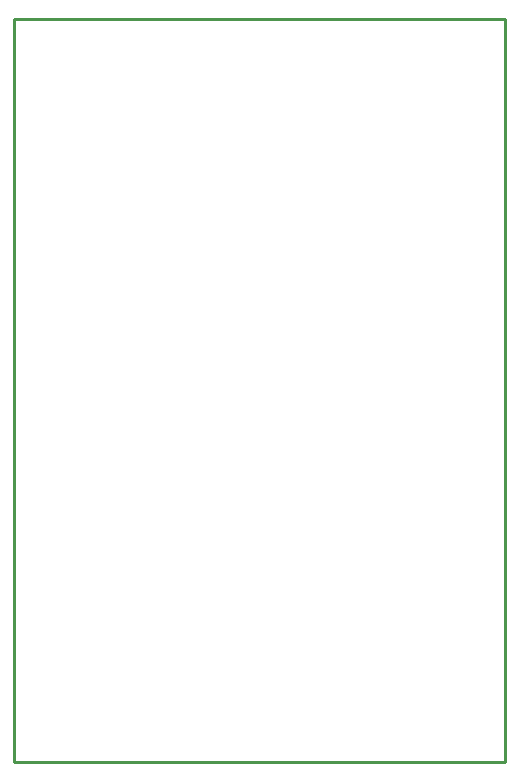
<source format=gbr>
G04 EAGLE Gerber X2 export*
%TF.Part,Single*%
%TF.FileFunction,Profile,NP*%
%TF.FilePolarity,Positive*%
%TF.GenerationSoftware,Autodesk,EAGLE,8.6.3*%
%TF.CreationDate,2019-03-16T18:42:50Z*%
G75*
%MOMM*%
%FSLAX34Y34*%
%LPD*%
%AMOC8*
5,1,8,0,0,1.08239X$1,22.5*%
G01*
%ADD10C,0.254000*%


D10*
X0Y0D02*
X415800Y0D01*
X415800Y628550D01*
X0Y628550D01*
X0Y0D01*
M02*

</source>
